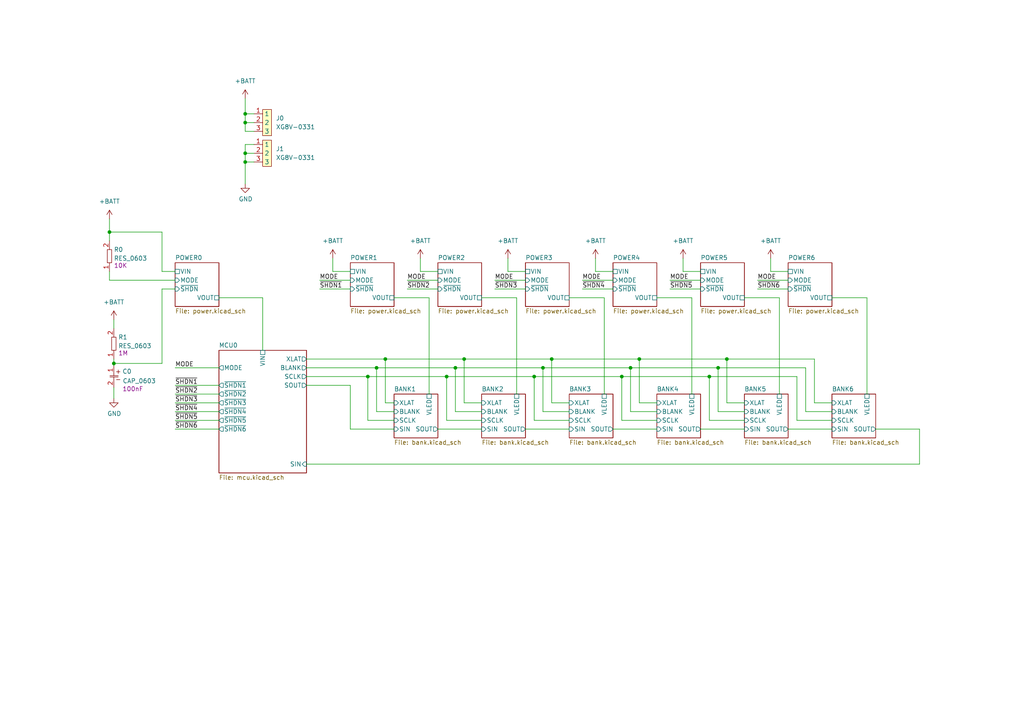
<source format=kicad_sch>
(kicad_sch (version 20211123) (generator eeschema)
  (paper "A4")
  (lib_symbols
    (symbol "BalanceBoard-rescue:CAP_0603-receiver" (pin_names (offset 1.016))
      (property "Reference" "C" (at 3.048 -1.524 0))
      (property "Value" "CAP_0603-receiver" (at 7.112 -3.556 0))
      (property "Capacitance" "100nF" (at 5.334 -5.969 0))
      (symbol "CAP_0603-receiver_0_1"
        (polyline (pts (xy -1.143 -3.302) (xy 1.27 -3.302)))
        (polyline (pts (xy -1.143 -2.921) (xy 1.27 -2.921)))
        (polyline (pts (xy 0 -3.81) (xy 0 -3.429)))
        (polyline (pts (xy 0 -3.302) (xy 0 -3.429)))
        (polyline (pts (xy 0.762 -4.064) (xy 1.778 -4.064)))
        (polyline (pts (xy 0.762 -1.778) (xy 1.778 -1.778)))
        (polyline (pts (xy 1.27 -2.286) (xy 1.27 -1.27)))
        (polyline (pts (xy 0 -2.921) (xy 0 -2.54) (xy 0 -2.921)))
      )
      (symbol "CAP_0603-receiver_1_1"
        (pin passive line (at 0 0 270) (length 2.54) (name "~") (number "1"))
        (pin passive line (at 0 -6.35 90) (length 2.54) (name "~") (number "2"))
      )
    )
    (symbol "BalanceBoard-rescue:RES_0603-receiver" (pin_names (offset 1.016))
      (property "Reference" "R" (at 3.937 2.159 0))
      (property "Value" "RES_0603-receiver" (at 3.81 -2.794 0))
      (property "Resistance" "10K" (at 2.159 -5.207 0))
      (symbol "RES_0603-receiver_0_1"
        (rectangle (start 2.54 0.635) (end 6.35 -0.635))
      )
      (symbol "RES_0603-receiver_1_1"
        (pin passive line (at 0 0 0) (length 2.54) (name "~") (number "1"))
        (pin passive line (at 8.89 0 180) (length 2.54) (name "~") (number "2"))
      )
    )
    (symbol "RailLed:XG8V-0331"
      (property "Reference" "J" (at 6.35 0 0))
      (property "Value" "XG8V-0331" (at 11.43 -2.54 0))
      (symbol "XG8V-0331_0_1"
        (rectangle (start 2.54 1.27) (end 5.08 -6.35) (fill (type background)))
      )
      (symbol "XG8V-0331_1_1"
        (pin passive line (at 0 0 0) (length 2.54) (name "1") (number "1"))
        (pin passive line (at 0 -2.54 0) (length 2.54) (name "2") (number "2"))
        (pin passive line (at 0 -5.08 0) (length 2.54) (name "3") (number "3"))
      )
    )
    (symbol "power:+BATT" (power) (pin_names (offset 0))
      (property "Value" "+BATT" (at 0 3.556 0))
      (symbol "+BATT_0_1"
        (polyline (pts (xy -0.762 1.27) (xy 0 2.54)))
        (polyline (pts (xy 0 0) (xy 0 2.54)))
        (polyline (pts (xy 0 2.54) (xy 0.762 1.27)))
      )
      (symbol "+BATT_1_1"
        (pin power_in line (at 0 0 90) (length 0) hide (name "+BATT") (number "1"))
      )
    )
    (symbol "power:GND" (power) (pin_names (offset 0))
      (property "Value" "GND" (at 0 -3.81 0))
      (symbol "GND_0_1"
        (polyline (pts (xy 0 0) (xy 0 -1.27) (xy 1.27 -1.27) (xy 0 -2.54) (xy -1.27 -1.27) (xy 0 -1.27)))
      )
      (symbol "GND_1_1"
        (pin power_in line (at 0 0 270) (length 0) hide (name "GND") (number "1"))
      )
    )
  )
  (junction (at 182.88 106.68))
  (junction (at 33.02 105.41))
  (junction (at 205.74 109.22))
  (junction (at 31.75 67.31))
  (junction (at 154.94 109.22))
  (junction (at 180.34 109.22))
  (junction (at 106.68 109.22))
  (junction (at 109.22 106.68))
  (junction (at 71.12 33.02))
  (junction (at 71.12 44.45))
  (junction (at 134.62 104.14))
  (junction (at 210.82 104.14))
  (junction (at 208.28 106.68))
  (junction (at 132.08 106.68))
  (junction (at 185.42 104.14))
  (junction (at 160.02 104.14))
  (junction (at 129.54 109.22))
  (junction (at 111.76 104.14))
  (junction (at 157.48 106.68))
  (junction (at 71.12 35.56))
  (junction (at 71.12 46.99))
  (wire (pts (xy 143.51 83.82) (xy 152.4 83.82)))
  (wire (pts (xy 149.86 86.36) (xy 149.86 114.3)))
  (wire (pts (xy 241.3 121.92) (xy 231.14 121.92)))
  (wire (pts (xy 114.3 86.36) (xy 124.46 86.36)))
  (wire (pts (xy 50.8 121.92) (xy 63.5 121.92)))
  (wire (pts (xy 241.3 116.84) (xy 236.22 116.84)))
  (wire (pts (xy 198.12 74.93) (xy 198.12 78.74)))
  (wire (pts (xy 71.12 28.575) (xy 71.12 33.02)))
  (wire (pts (xy 121.92 74.93) (xy 121.92 78.74)))
  (wire (pts (xy 219.71 83.82) (xy 228.6 83.82)))
  (wire (pts (xy 33.02 92.71) (xy 33.02 95.25)))
  (wire (pts (xy 50.8 124.46) (xy 63.5 124.46)))
  (wire (pts (xy 88.9 106.68) (xy 109.22 106.68)))
  (wire (pts (xy 63.5 86.36) (xy 76.2 86.36)))
  (wire (pts (xy 92.71 83.82) (xy 101.6 83.82)))
  (wire (pts (xy 165.1 116.84) (xy 160.02 116.84)))
  (wire (pts (xy 157.48 106.68) (xy 157.48 119.38)))
  (wire (pts (xy 180.34 109.22) (xy 205.74 109.22)))
  (wire (pts (xy 157.48 106.68) (xy 182.88 106.68)))
  (wire (pts (xy 132.08 106.68) (xy 157.48 106.68)))
  (wire (pts (xy 208.28 119.38) (xy 215.9 119.38)))
  (wire (pts (xy 88.9 111.76) (xy 101.6 111.76)))
  (wire (pts (xy 226.06 86.36) (xy 226.06 114.3)))
  (wire (pts (xy 71.12 33.02) (xy 71.12 35.56)))
  (wire (pts (xy 46.99 78.74) (xy 50.8 78.74)))
  (wire (pts (xy 129.54 121.92) (xy 139.7 121.92)))
  (wire (pts (xy 129.54 109.22) (xy 106.68 109.22)))
  (wire (pts (xy 71.12 46.99) (xy 73.66 46.99)))
  (wire (pts (xy 266.7 124.46) (xy 266.7 134.62)))
  (wire (pts (xy 177.8 124.46) (xy 190.5 124.46)))
  (wire (pts (xy 71.12 41.91) (xy 71.12 44.45)))
  (wire (pts (xy 223.52 78.74) (xy 228.6 78.74)))
  (wire (pts (xy 241.3 86.36) (xy 251.46 86.36)))
  (wire (pts (xy 194.31 83.82) (xy 203.2 83.82)))
  (wire (pts (xy 114.3 116.84) (xy 111.76 116.84)))
  (wire (pts (xy 33.02 112.395) (xy 33.02 115.57)))
  (wire (pts (xy 168.91 83.82) (xy 177.8 83.82)))
  (wire (pts (xy 88.9 109.22) (xy 106.68 109.22)))
  (wire (pts (xy 205.74 121.92) (xy 205.74 109.22)))
  (wire (pts (xy 190.5 116.84) (xy 185.42 116.84)))
  (wire (pts (xy 210.82 116.84) (xy 210.82 104.14)))
  (wire (pts (xy 31.75 81.28) (xy 31.75 78.74)))
  (wire (pts (xy 111.76 116.84) (xy 111.76 104.14)))
  (wire (pts (xy 139.7 86.36) (xy 149.86 86.36)))
  (wire (pts (xy 194.31 81.28) (xy 203.2 81.28)))
  (wire (pts (xy 31.75 63.5) (xy 31.75 67.31)))
  (wire (pts (xy 129.54 121.92) (xy 129.54 109.22)))
  (wire (pts (xy 154.94 121.92) (xy 154.94 109.22)))
  (wire (pts (xy 152.4 124.46) (xy 165.1 124.46)))
  (wire (pts (xy 88.9 134.62) (xy 266.7 134.62)))
  (wire (pts (xy 254 124.46) (xy 266.7 124.46)))
  (wire (pts (xy 101.6 124.46) (xy 101.6 111.76)))
  (wire (pts (xy 168.91 81.28) (xy 177.8 81.28)))
  (wire (pts (xy 31.75 67.31) (xy 46.99 67.31)))
  (wire (pts (xy 50.8 81.28) (xy 31.75 81.28)))
  (wire (pts (xy 215.9 86.36) (xy 226.06 86.36)))
  (wire (pts (xy 208.28 106.68) (xy 208.28 119.38)))
  (wire (pts (xy 33.02 105.41) (xy 33.02 106.045)))
  (wire (pts (xy 198.12 78.74) (xy 203.2 78.74)))
  (wire (pts (xy 46.99 83.82) (xy 50.8 83.82)))
  (wire (pts (xy 143.51 81.28) (xy 152.4 81.28)))
  (wire (pts (xy 73.66 41.91) (xy 71.12 41.91)))
  (wire (pts (xy 124.46 86.36) (xy 124.46 114.3)))
  (wire (pts (xy 33.02 104.14) (xy 33.02 105.41)))
  (wire (pts (xy 190.5 121.92) (xy 180.34 121.92)))
  (wire (pts (xy 96.52 78.74) (xy 101.6 78.74)))
  (wire (pts (xy 76.2 86.36) (xy 76.2 101.6)))
  (wire (pts (xy 71.12 44.45) (xy 71.12 46.99)))
  (wire (pts (xy 50.8 106.68) (xy 63.5 106.68)))
  (wire (pts (xy 118.11 81.28) (xy 127 81.28)))
  (wire (pts (xy 134.62 116.84) (xy 139.7 116.84)))
  (wire (pts (xy 127 124.46) (xy 139.7 124.46)))
  (wire (pts (xy 165.1 86.36) (xy 175.26 86.36)))
  (wire (pts (xy 215.9 116.84) (xy 210.82 116.84)))
  (wire (pts (xy 106.68 121.92) (xy 106.68 109.22)))
  (wire (pts (xy 114.3 121.92) (xy 106.68 121.92)))
  (wire (pts (xy 96.52 74.93) (xy 96.52 78.74)))
  (wire (pts (xy 101.6 124.46) (xy 114.3 124.46)))
  (wire (pts (xy 147.32 78.74) (xy 152.4 78.74)))
  (wire (pts (xy 71.12 35.56) (xy 71.12 38.1)))
  (wire (pts (xy 251.46 86.36) (xy 251.46 114.3)))
  (wire (pts (xy 228.6 124.46) (xy 241.3 124.46)))
  (wire (pts (xy 147.32 74.93) (xy 147.32 78.74)))
  (wire (pts (xy 236.22 104.14) (xy 210.82 104.14)))
  (wire (pts (xy 182.88 106.68) (xy 182.88 119.38)))
  (wire (pts (xy 92.71 81.28) (xy 101.6 81.28)))
  (wire (pts (xy 157.48 119.38) (xy 165.1 119.38)))
  (wire (pts (xy 231.14 109.22) (xy 205.74 109.22)))
  (wire (pts (xy 111.76 104.14) (xy 134.62 104.14)))
  (wire (pts (xy 132.08 106.68) (xy 109.22 106.68)))
  (wire (pts (xy 33.02 105.41) (xy 46.99 105.41)))
  (wire (pts (xy 219.71 81.28) (xy 228.6 81.28)))
  (wire (pts (xy 185.42 104.14) (xy 160.02 104.14)))
  (wire (pts (xy 46.99 105.41) (xy 46.99 83.82)))
  (wire (pts (xy 190.5 86.36) (xy 200.66 86.36)))
  (wire (pts (xy 73.66 38.1) (xy 71.12 38.1)))
  (wire (pts (xy 210.82 104.14) (xy 185.42 104.14)))
  (wire (pts (xy 114.3 119.38) (xy 109.22 119.38)))
  (wire (pts (xy 200.66 86.36) (xy 200.66 114.3)))
  (wire (pts (xy 132.08 119.38) (xy 139.7 119.38)))
  (wire (pts (xy 172.72 74.93) (xy 172.72 78.74)))
  (wire (pts (xy 109.22 119.38) (xy 109.22 106.68)))
  (wire (pts (xy 160.02 104.14) (xy 134.62 104.14)))
  (wire (pts (xy 31.75 67.31) (xy 31.75 69.85)))
  (wire (pts (xy 236.22 116.84) (xy 236.22 104.14)))
  (wire (pts (xy 185.42 116.84) (xy 185.42 104.14)))
  (wire (pts (xy 71.12 33.02) (xy 73.66 33.02)))
  (wire (pts (xy 182.88 106.68) (xy 208.28 106.68)))
  (wire (pts (xy 129.54 109.22) (xy 154.94 109.22)))
  (wire (pts (xy 233.68 106.68) (xy 233.68 119.38)))
  (wire (pts (xy 182.88 119.38) (xy 190.5 119.38)))
  (wire (pts (xy 118.11 83.82) (xy 127 83.82)))
  (wire (pts (xy 71.12 44.45) (xy 73.66 44.45)))
  (wire (pts (xy 50.8 114.3) (xy 63.5 114.3)))
  (wire (pts (xy 180.34 121.92) (xy 180.34 109.22)))
  (wire (pts (xy 231.14 121.92) (xy 231.14 109.22)))
  (wire (pts (xy 88.9 104.14) (xy 111.76 104.14)))
  (wire (pts (xy 154.94 109.22) (xy 180.34 109.22)))
  (wire (pts (xy 208.28 106.68) (xy 233.68 106.68)))
  (wire (pts (xy 175.26 86.36) (xy 175.26 114.3)))
  (wire (pts (xy 160.02 116.84) (xy 160.02 104.14)))
  (wire (pts (xy 50.8 111.76) (xy 63.5 111.76)))
  (wire (pts (xy 121.92 78.74) (xy 127 78.74)))
  (wire (pts (xy 50.8 116.84) (xy 63.5 116.84)))
  (wire (pts (xy 71.12 35.56) (xy 73.66 35.56)))
  (wire (pts (xy 132.08 119.38) (xy 132.08 106.68)))
  (wire (pts (xy 165.1 121.92) (xy 154.94 121.92)))
  (wire (pts (xy 203.2 124.46) (xy 215.9 124.46)))
  (wire (pts (xy 134.62 116.84) (xy 134.62 104.14)))
  (wire (pts (xy 50.8 119.38) (xy 63.5 119.38)))
  (wire (pts (xy 71.12 46.99) (xy 71.12 53.34)))
  (wire (pts (xy 172.72 78.74) (xy 177.8 78.74)))
  (wire (pts (xy 223.52 74.93) (xy 223.52 78.74)))
  (wire (pts (xy 46.99 67.31) (xy 46.99 78.74)))
  (wire (pts (xy 233.68 119.38) (xy 241.3 119.38)))
  (wire (pts (xy 215.9 121.92) (xy 205.74 121.92)))
  (label "MODE" (at 118.11 81.28 0))
  (label "~{SHDN1}" (at 50.8 111.76 0))
  (label "MODE" (at 219.71 81.28 0))
  (label "~{SHDN2}" (at 50.8 114.3 0))
  (label "MODE" (at 50.8 106.68 0))
  (label "~{SHDN3}" (at 143.51 83.82 0))
  (label "MODE" (at 194.31 81.28 0))
  (label "~{SHDN5}" (at 194.31 83.82 0))
  (label "~{SHDN2}" (at 118.11 83.82 0))
  (label "~{SHDN6}" (at 219.71 83.82 0))
  (label "~{SHDN4}" (at 168.91 83.82 0))
  (label "~{SHDN1}" (at 92.71 83.82 0))
  (label "MODE" (at 92.71 81.28 0))
  (label "~{SHDN5}" (at 50.8 121.92 0))
  (label "~{SHDN3}" (at 50.8 116.84 0))
  (label "~{SHDN6}" (at 50.8 124.46 0))
  (label "MODE" (at 143.51 81.28 0))
  (label "MODE" (at 168.91 81.28 0))
  (label "~{SHDN4}" (at 50.8 119.38 0))
  (symbol (lib_id "power:+BATT") (at 172.72 74.93 0) (unit 1)
    (property "Reference" "#PWR08" (effects hide))
    (property "Value" "+BATT" (at 172.72 69.85 0))
  )
  (symbol (lib_id "RailLed:XG8V-0331") (at 73.66 33.02 0) (unit 1)
    (property "Reference" "J0" (at 80.01 34.2899 0) (effects (justify left)))
    (property "Value" "XG8V-0331" (at 80.01 36.8299 0) (effects (justify left)))
    (property "Footprint" "RailLed:XG8V-0331" (effects hide))
  )
  (symbol (lib_id "power:GND") (at 71.12 53.34 0) (unit 1)
    (property "Reference" "#PWR04" (effects hide))
    (property "Value" "GND" (at 71.247 57.7342 0))
  )
  (symbol (lib_id "power:+BATT") (at 198.12 74.93 0) (unit 1)
    (property "Reference" "#PWR09" (effects hide))
    (property "Value" "+BATT" (at 198.12 69.85 0))
  )
  (symbol (lib_id "BalanceBoard-rescue:RES_0603-receiver") (at 31.75 78.74 90) (unit 1)
    (property "Reference" "R0" (at 33.02 72.39 90) (effects (justify right)))
    (property "Value" "RES_0603" (at 33.02 74.93 90) (effects (justify right)))
    (property "Footprint" "receiver:0603" (effects hide))
    (property "Resistance" "10K" (at 33.02 77.0128 90) (effects (justify right)))
  )
  (symbol (lib_id "power:+BATT") (at 31.75 63.5 0) (unit 1)
    (property "Reference" "#PWR00" (effects hide))
    (property "Value" "+BATT" (at 31.75 58.42 0))
  )
  (symbol (lib_id "power:+BATT") (at 147.32 74.93 0) (unit 1)
    (property "Reference" "#PWR07" (effects hide))
    (property "Value" "+BATT" (at 147.32 69.85 0))
  )
  (symbol (lib_id "power:+BATT") (at 96.52 74.93 0) (unit 1)
    (property "Reference" "#PWR05" (effects hide))
    (property "Value" "+BATT" (at 96.52 69.85 0))
  )
  (symbol (lib_id "power:+BATT") (at 71.12 28.575 0) (unit 1)
    (property "Reference" "#PWR03" (effects hide))
    (property "Value" "+BATT" (at 71.12 23.495 0))
  )
  (symbol (lib_id "power:+BATT") (at 33.02 92.71 0) (unit 1)
    (property "Reference" "#PWR01" (effects hide))
    (property "Value" "+BATT" (at 33.02 87.63 0))
  )
  (symbol (lib_id "power:+BATT") (at 121.92 74.93 0) (unit 1)
    (property "Reference" "#PWR06" (effects hide))
    (property "Value" "+BATT" (at 121.92 69.85 0))
  )
  (symbol (lib_id "BalanceBoard-rescue:RES_0603-receiver") (at 33.02 104.14 90) (unit 1)
    (property "Reference" "R1" (at 34.29 97.79 90) (effects (justify right)))
    (property "Value" "RES_0603" (at 34.29 100.33 90) (effects (justify right)))
    (property "Footprint" "receiver:0603" (effects hide))
    (property "Resistance" "1M" (at 34.29 102.4128 90) (effects (justify right)))
  )
  (symbol (lib_id "BalanceBoard-rescue:CAP_0603-receiver") (at 33.02 106.045 0) (unit 1)
    (property "Reference" "C0" (at 35.4838 107.7214 0) (effects (justify left)))
    (property "Value" "CAP_0603" (at 35.56 110.49 0) (effects (justify left)))
    (property "Footprint" "receiver:0603" (effects hide))
    (property "Capacitance" "100nF" (at 35.4838 112.8014 0) (effects (justify left)))
  )
  (symbol (lib_id "power:GND") (at 33.02 115.57 0) (unit 1)
    (property "Reference" "#PWR02" (effects hide))
    (property "Value" "GND" (at 33.147 119.9642 0))
  )
  (symbol (lib_id "power:+BATT") (at 223.52 74.93 0) (unit 1)
    (property "Reference" "#PWR010" (effects hide))
    (property "Value" "+BATT" (at 223.52 69.85 0))
  )
  (symbol (lib_id "RailLed:XG8V-0331") (at 73.66 41.91 0) (unit 1)
    (property "Reference" "J1" (at 80.01 43.1799 0) (effects (justify left)))
    (property "Value" "XG8V-0331" (at 80.01 45.7199 0) (effects (justify left)))
    (property "Footprint" "RailLed:XG8V-0331" (effects hide))
  )
  (sheet (at 241.3 114.3) (size 12.7 12.7) (stroke (width 0.1524))
    (property "Sheet name" "BANK6" (at 241.3 113.5884 0) (effects (justify left bottom)))
    (property "Sheet file" "bank.kicad_sch" (at 241.3 127.5846 0) (effects (justify left top)))
    (pin "SOUT" output (at 254 124.46 0))
    (pin "XLAT" input (at 241.3 116.84 180))
    (pin "SCLK" input (at 241.3 121.92 180))
    (pin "SIN" input (at 241.3 124.46 180))
    (pin "BLANK" input (at 241.3 119.38 180))
    (pin "VLED" passive (at 251.46 114.3 90))
  )
  (sheet (at 165.1 114.3) (size 12.7 12.7) (stroke (width 0.1524))
    (property "Sheet name" "BANK3" (at 165.1 113.5884 0) (effects (justify left bottom)))
    (property "Sheet file" "bank.kicad_sch" (at 165.1 127.5846 0) (effects (justify left top)))
    (pin "SOUT" output (at 177.8 124.46 0))
    (pin "XLAT" input (at 165.1 116.84 180))
    (pin "SCLK" input (at 165.1 121.92 180))
    (pin "SIN" input (at 165.1 124.46 180))
    (pin "BLANK" input (at 165.1 119.38 180))
    (pin "VLED" passive (at 175.26 114.3 90))
  )
  (sheet (at 190.5 114.3) (size 12.7 12.7) (stroke (width 0.1524))
    (property "Sheet name" "BANK4" (at 190.5 113.5884 0) (effects (justify left bottom)))
    (property "Sheet file" "bank.kicad_sch" (at 190.5 127.5846 0) (effects (justify left top)))
    (pin "SOUT" output (at 203.2 124.46 0))
    (pin "XLAT" input (at 190.5 116.84 180))
    (pin "SCLK" input (at 190.5 121.92 180))
    (pin "SIN" input (at 190.5 124.46 180))
    (pin "BLANK" input (at 190.5 119.38 180))
    (pin "VLED" passive (at 200.66 114.3 90))
  )
  (sheet (at 50.8 76.2) (size 12.7 12.7) (stroke (width 0.1524))
    (property "Sheet name" "POWER0" (at 50.8 75.4884 0) (effects (justify left bottom)))
    (property "Sheet file" "power.kicad_sch" (at 50.8 89.4846 0) (effects (justify left top)))
    (pin "VIN" passive (at 50.8 78.74 180))
    (pin "MODE" input (at 50.8 81.28 180))
    (pin "~{SHDN}" input (at 50.8 83.82 180))
    (pin "VOUT" passive (at 63.5 86.36 0))
  )
  (sheet (at 139.7 114.3) (size 12.7 12.7) (stroke (width 0.1524))
    (property "Sheet name" "BANK2" (at 139.7 113.5884 0) (effects (justify left bottom)))
    (property "Sheet file" "bank.kicad_sch" (at 139.7 127.5846 0) (effects (justify left top)))
    (pin "SOUT" output (at 152.4 124.46 0))
    (pin "XLAT" input (at 139.7 116.84 180))
    (pin "SCLK" input (at 139.7 121.92 180))
    (pin "SIN" input (at 139.7 124.46 180))
    (pin "BLANK" input (at 139.7 119.38 180))
    (pin "VLED" passive (at 149.86 114.3 90))
  )
  (sheet (at 101.6 76.2) (size 12.7 12.7) (stroke (width 0.1524))
    (property "Sheet name" "POWER1" (at 101.6 75.4884 0) (effects (justify left bottom)))
    (property "Sheet file" "power.kicad_sch" (at 101.6 89.4846 0) (effects (justify left top)))
    (pin "VIN" passive (at 101.6 78.74 180))
    (pin "MODE" input (at 101.6 81.28 180))
    (pin "~{SHDN}" input (at 101.6 83.82 180))
    (pin "VOUT" passive (at 114.3 86.36 0))
  )
  (sheet (at 127 76.2) (size 12.7 12.7) (stroke (width 0.1524))
    (property "Sheet name" "POWER2" (at 127 75.4884 0) (effects (justify left bottom)))
    (property "Sheet file" "power.kicad_sch" (at 127 89.4846 0) (effects (justify left top)))
    (pin "VIN" passive (at 127 78.74 180))
    (pin "MODE" input (at 127 81.28 180))
    (pin "~{SHDN}" input (at 127 83.82 180))
    (pin "VOUT" passive (at 139.7 86.36 0))
  )
  (sheet (at 228.6 76.2) (size 12.7 12.7) (stroke (width 0.1524))
    (property "Sheet name" "POWER6" (at 228.6 75.4884 0) (effects (justify left bottom)))
    (property "Sheet file" "power.kicad_sch" (at 228.6 89.4846 0) (effects (justify left top)))
    (pin "VIN" passive (at 228.6 78.74 180))
    (pin "MODE" input (at 228.6 81.28 180))
    (pin "~{SHDN}" input (at 228.6 83.82 180))
    (pin "VOUT" passive (at 241.3 86.36 0))
  )
  (sheet (at 177.8 76.2) (size 12.7 12.7) (stroke (width 0.1524))
    (property "Sheet name" "POWER4" (at 177.8 75.4884 0) (effects (justify left bottom)))
    (property "Sheet file" "power.kicad_sch" (at 177.8 89.4846 0) (effects (justify left top)))
    (pin "VIN" passive (at 177.8 78.74 180))
    (pin "MODE" input (at 177.8 81.28 180))
    (pin "~{SHDN}" input (at 177.8 83.82 180))
    (pin "VOUT" passive (at 190.5 86.36 0))
  )
  (sheet (at 203.2 76.2) (size 12.7 12.7) (stroke (width 0.1524))
    (property "Sheet name" "POWER5" (at 203.2 75.4884 0) (effects (justify left bottom)))
    (property "Sheet file" "power.kicad_sch" (at 203.2 89.4846 0) (effects (justify left top)))
    (pin "VIN" passive (at 203.2 78.74 180))
    (pin "MODE" input (at 203.2 81.28 180))
    (pin "~{SHDN}" input (at 203.2 83.82 180))
    (pin "VOUT" passive (at 215.9 86.36 0))
  )
  (sheet (at 152.4 76.2) (size 12.7 12.7) (stroke (width 0.1524))
    (property "Sheet name" "POWER3" (at 152.4 75.4884 0) (effects (justify left bottom)))
    (property "Sheet file" "power.kicad_sch" (at 152.4 89.4846 0) (effects (justify left top)))
    (pin "VIN" passive (at 152.4 78.74 180))
    (pin "MODE" input (at 152.4 81.28 180))
    (pin "~{SHDN}" input (at 152.4 83.82 180))
    (pin "VOUT" passive (at 165.1 86.36 0))
  )
  (sheet (at 63.5 101.6) (size 25.4 35.56) (stroke (width 0.1524))
    (property "Sheet name" "MCU0" (at 63.5 100.8884 0) (effects (justify left bottom)))
    (property "Sheet file" "mcu.kicad_sch" (at 63.5 137.7446 0) (effects (justify left top)))
    (pin "XLAT" output (at 88.9 104.14 0))
    (pin "BLANK" output (at 88.9 106.68 0))
    (pin "SCLK" output (at 88.9 109.22 0))
    (pin "VIN" passive (at 76.2 101.6 90))
    (pin "~{SHDN5}" output (at 63.5 121.92 180))
    (pin "~{SHDN2}" output (at 63.5 114.3 180))
    (pin "~{SHDN3}" output (at 63.5 116.84 180))
    (pin "~{SHDN4}" output (at 63.5 119.38 180))
    (pin "~{SHDN6}" output (at 63.5 124.46 180))
    (pin "~{SHDN1}" output (at 63.5 111.76 180))
    (pin "MODE" output (at 63.5 106.68 180))
    (pin "SOUT" output (at 88.9 111.76 0))
    (pin "SIN" input (at 88.9 134.62 0))
  )
  (sheet (at 114.3 114.3) (size 12.7 12.7) (stroke (width 0.1524))
    (property "Sheet name" "BANK1" (at 114.3 113.5884 0) (effects (justify left bottom)))
    (property "Sheet file" "bank.kicad_sch" (at 114.3 127.5846 0) (effects (justify left top)))
    (pin "SOUT" output (at 127 124.46 0))
    (pin "XLAT" input (at 114.3 116.84 180))
    (pin "SCLK" input (at 114.3 121.92 180))
    (pin "SIN" input (at 114.3 124.46 180))
    (pin "BLANK" input (at 114.3 119.38 180))
    (pin "VLED" passive (at 124.46 114.3 90))
  )
  (sheet (at 215.9 114.3) (size 12.7 12.7) (stroke (width 0.1524))
    (property "Sheet name" "BANK5" (at 215.9 113.5884 0) (effects (justify left bottom)))
    (property "Sheet file" "bank.kicad_sch" (at 215.9 127.5846 0) (effects (justify left top)))
    (pin "SOUT" output (at 228.6 124.46 0))
    (pin "XLAT" input (at 215.9 116.84 180))
    (pin "SCLK" input (at 215.9 121.92 180))
    (pin "SIN" input (at 215.9 124.46 180))
    (pin "BLANK" input (at 215.9 119.38 180))
    (pin "VLED" passive (at 226.06 114.3 90))
  )
)
</source>
